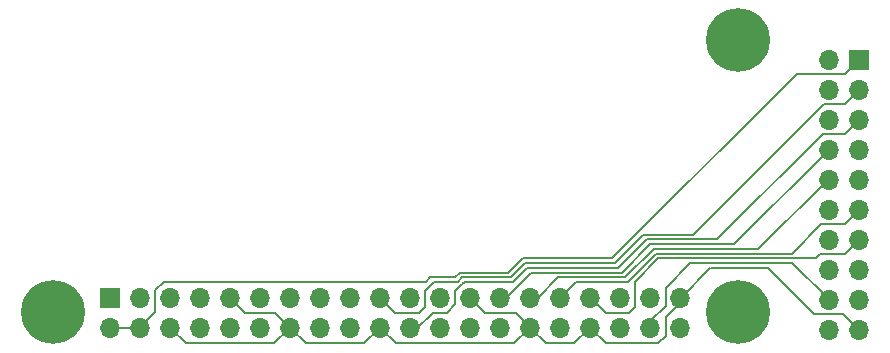
<source format=gbl>
%TF.GenerationSoftware,KiCad,Pcbnew,8.0.8*%
%TF.CreationDate,2025-02-15T01:37:48-07:00*%
%TF.ProjectId,ECE Capstone PCB Design,45434520-4361-4707-9374-6f6e65205043,rev?*%
%TF.SameCoordinates,Original*%
%TF.FileFunction,Copper,L2,Bot*%
%TF.FilePolarity,Positive*%
%FSLAX46Y46*%
G04 Gerber Fmt 4.6, Leading zero omitted, Abs format (unit mm)*
G04 Created by KiCad (PCBNEW 8.0.8) date 2025-02-15 01:37:48*
%MOMM*%
%LPD*%
G01*
G04 APERTURE LIST*
%TA.AperFunction,ComponentPad*%
%ADD10C,5.400000*%
%TD*%
%TA.AperFunction,ComponentPad*%
%ADD11R,1.700000X1.700000*%
%TD*%
%TA.AperFunction,ComponentPad*%
%ADD12O,1.700000X1.700000*%
%TD*%
%TA.AperFunction,Conductor*%
%ADD13C,0.200000*%
%TD*%
G04 APERTURE END LIST*
D10*
%TO.P,,1*%
%TO.N,N/C*%
X258174874Y-116750000D03*
%TD*%
D11*
%TO.P,REF\u002A\u002A,1*%
%TO.N,N/C*%
X204974900Y-138525000D03*
D12*
%TO.P,REF\u002A\u002A,2*%
%TO.N,D1+5V*%
X204974900Y-141065000D03*
%TO.P,REF\u002A\u002A,3*%
%TO.N,N/C*%
X207514900Y-138525000D03*
%TO.P,REF\u002A\u002A,4*%
%TO.N,D1+5V*%
X207514900Y-141065000D03*
%TO.P,REF\u002A\u002A,5*%
%TO.N,N/C*%
X210054900Y-138525000D03*
%TO.P,REF\u002A\u002A,6*%
%TO.N,D1GND*%
X210054900Y-141065000D03*
%TO.P,REF\u002A\u002A,7*%
%TO.N,N/C*%
X212594900Y-138525000D03*
%TO.P,REF\u002A\u002A,8*%
X212594900Y-141065000D03*
%TO.P,REF\u002A\u002A,9*%
%TO.N,D1GND*%
X215134900Y-138525000D03*
%TO.P,REF\u002A\u002A,10*%
%TO.N,N/C*%
X215134900Y-141065000D03*
%TO.P,REF\u002A\u002A,11*%
X217674900Y-138525000D03*
%TO.P,REF\u002A\u002A,12*%
X217674900Y-141065000D03*
%TO.P,REF\u002A\u002A,13*%
X220214900Y-138525000D03*
%TO.P,REF\u002A\u002A,14*%
%TO.N,D1GND*%
X220214900Y-141065000D03*
%TO.P,REF\u002A\u002A,15*%
%TO.N,N/C*%
X222754900Y-138525000D03*
%TO.P,REF\u002A\u002A,16*%
X222754900Y-141065000D03*
%TO.P,REF\u002A\u002A,17*%
X225294900Y-138525000D03*
%TO.P,REF\u002A\u002A,18*%
X225294900Y-141065000D03*
%TO.P,REF\u002A\u002A,19*%
%TO.N,D1_Raspberry_PI_(clock_output)*%
X227834900Y-138525000D03*
%TO.P,REF\u002A\u002A,20*%
%TO.N,D1GND*%
X227834900Y-141065000D03*
%TO.P,REF\u002A\u002A,21*%
%TO.N,D1PWRON_D*%
X230374900Y-138525000D03*
%TO.P,REF\u002A\u002A,22*%
%TO.N,D1_Raspberry_PI_(TX_interupt_active_low)*%
X230374900Y-141065000D03*
%TO.P,REF\u002A\u002A,23*%
%TO.N,D1_Raspberry_PI_(RX_interupt_active_low)*%
X232914900Y-138525000D03*
%TO.P,REF\u002A\u002A,24*%
%TO.N,D1_Raspberry_PI_(interupt_active_low)*%
X232914900Y-141065000D03*
%TO.P,REF\u002A\u002A,25*%
%TO.N,D1GND*%
X235454900Y-138525000D03*
%TO.P,REF\u002A\u002A,26*%
%TO.N,D1_Dev_pin*%
X235454900Y-141065000D03*
%TO.P,REF\u002A\u002A,27*%
%TO.N,D1_BTN0*%
X237994900Y-138525000D03*
%TO.P,REF\u002A\u002A,28*%
%TO.N,D1_BTN1*%
X237994900Y-141065000D03*
%TO.P,REF\u002A\u002A,29*%
%TO.N,D1_BTN2*%
X240534900Y-138525000D03*
%TO.P,REF\u002A\u002A,30*%
%TO.N,D1GND*%
X240534900Y-141065000D03*
%TO.P,REF\u002A\u002A,31*%
%TO.N,D1_BTN3*%
X243074900Y-138525000D03*
%TO.P,REF\u002A\u002A,32*%
%TO.N,D1_BTN4*%
X243074900Y-141065000D03*
%TO.P,REF\u002A\u002A,33*%
%TO.N,D1_PWM*%
X245614900Y-138525000D03*
%TO.P,REF\u002A\u002A,34*%
%TO.N,D1GND*%
X245614900Y-141065000D03*
%TO.P,REF\u002A\u002A,35*%
%TO.N,D1_Raspberry_PI_(SPI_Input)*%
X248154900Y-138525000D03*
%TO.P,REF\u002A\u002A,36*%
%TO.N,D1_Raspberry_PI_(chip_select)*%
X248154900Y-141065000D03*
%TO.P,REF\u002A\u002A,37*%
%TO.N,D1_PWRON*%
X250694900Y-138525000D03*
%TO.P,REF\u002A\u002A,38*%
%TO.N,D1_Raspberry_PI_(SPI_output)*%
X250694900Y-141065000D03*
%TO.P,REF\u002A\u002A,39*%
%TO.N,D1GND*%
X253234900Y-138525000D03*
%TO.P,REF\u002A\u002A,40*%
%TO.N,D1_Raspberry_PI_(SPI_clock_input)*%
X253234900Y-141065000D03*
%TD*%
D11*
%TO.P,REF\u002A\u002A,1*%
%TO.N,D1+5V*%
X268400000Y-118390000D03*
D12*
%TO.P,REF\u002A\u002A,2*%
%TO.N,D1PWRON_D*%
X265860000Y-118390000D03*
%TO.P,REF\u002A\u002A,3*%
%TO.N,D1_Raspberry_PI_(clock_output)*%
X268400000Y-120930000D03*
%TO.P,REF\u002A\u002A,4*%
%TO.N,D1_Raspberry_PI_(RX_interupt_active_low)*%
X265860000Y-120930000D03*
%TO.P,REF\u002A\u002A,5*%
%TO.N,D1_Raspberry_PI_(TX_interupt_active_low)*%
X268400000Y-123470000D03*
%TO.P,REF\u002A\u002A,6*%
%TO.N,D1_Raspberry_PI_(interupt_active_low)*%
X265860000Y-123470000D03*
%TO.P,REF\u002A\u002A,7*%
%TO.N,D1_Dev_pin*%
X268400000Y-126010000D03*
%TO.P,REF\u002A\u002A,8*%
%TO.N,D1_BTN0*%
X265860000Y-126010000D03*
%TO.P,REF\u002A\u002A,9*%
%TO.N,D1_BTN1*%
X268400000Y-128550000D03*
%TO.P,REF\u002A\u002A,10*%
%TO.N,D1_BTN2*%
X265860000Y-128550000D03*
%TO.P,REF\u002A\u002A,11*%
%TO.N,D1_BTN3*%
X268400000Y-131090000D03*
%TO.P,REF\u002A\u002A,12*%
%TO.N,D1_BTN4*%
X265860000Y-131090000D03*
%TO.P,REF\u002A\u002A,13*%
%TO.N,D1_PWM*%
X268400000Y-133630000D03*
%TO.P,REF\u002A\u002A,14*%
%TO.N,N/C*%
X265860000Y-133630000D03*
%TO.P,REF\u002A\u002A,15*%
%TO.N,D1_Raspberry_PI_(SPI_Input)*%
X268400000Y-136170000D03*
%TO.P,REF\u002A\u002A,16*%
%TO.N,D1_Raspberry_PI_(chip_select)*%
X265860000Y-136170000D03*
%TO.P,REF\u002A\u002A,17*%
%TO.N,D1_PWRON*%
X268400000Y-138710000D03*
%TO.P,REF\u002A\u002A,18*%
%TO.N,D1_Raspberry_PI_(SPI_output)*%
X265860000Y-138710000D03*
%TO.P,REF\u002A\u002A,19*%
%TO.N,D1GND*%
X268400000Y-141250000D03*
%TO.P,REF\u002A\u002A,20*%
%TO.N,D1_Raspberry_PI_(SPI_clock_input)*%
X265860000Y-141250000D03*
%TD*%
D10*
%TO.P,,1*%
%TO.N,N/C*%
X258149874Y-139750000D03*
%TD*%
%TO.P,,1*%
%TO.N,N/C*%
X200149874Y-139750000D03*
%TD*%
D13*
%TO.N,D1_Raspberry_PI_(clock_output)*%
X232400000Y-137200000D02*
X234400000Y-137200000D01*
%TO.N,D1_Raspberry_PI_(TX_interupt_active_low)*%
X230374900Y-141065000D02*
X230435000Y-141065000D01*
%TO.N,D1_PWM*%
X249400000Y-137200000D02*
X251400000Y-135200000D01*
%TO.N,D1_BTN2*%
X242900000Y-136800000D02*
X248600000Y-136800000D01*
%TO.N,D1_PWM*%
X247000000Y-139800000D02*
X248900000Y-139800000D01*
%TO.N,D1GND*%
X246949900Y-142400000D02*
X245614900Y-141065000D01*
%TO.N,D1_BTN0*%
X238475000Y-138525000D02*
X240600000Y-136400000D01*
%TO.N,D1_Raspberry_PI_(clock_output)*%
X254300000Y-133200000D02*
X265400000Y-122100000D01*
%TO.N,D1+5V*%
X268400000Y-118390000D02*
X267190000Y-119600000D01*
%TO.N,D1_Raspberry_PI_(TX_interupt_active_low)*%
X265300000Y-124700000D02*
X256400000Y-133600000D01*
X234200000Y-138000000D02*
X234800000Y-137400000D01*
%TO.N,D1+5V*%
X204974900Y-141065000D02*
X207514900Y-141065000D01*
%TO.N,D1_Raspberry_PI_(clock_output)*%
X267230000Y-122100000D02*
X268400000Y-120930000D01*
%TO.N,D1GND*%
X252000000Y-140200000D02*
X252000000Y-141800000D01*
%TO.N,D1_PWM*%
X267230000Y-134800000D02*
X268400000Y-133630000D01*
%TO.N,D1GND*%
X253234900Y-138965100D02*
X252000000Y-140200000D01*
%TO.N,D1_BTN0*%
X265810000Y-126010000D02*
X265860000Y-126010000D01*
%TO.N,D1GND*%
X215134900Y-138534900D02*
X216400000Y-139800000D01*
%TO.N,D1+5V*%
X232100000Y-136800000D02*
X231700000Y-137200000D01*
X209500000Y-137200000D02*
X208800000Y-137900000D01*
%TO.N,D1_Raspberry_PI_(clock_output)*%
X247700000Y-135600000D02*
X250100000Y-133200000D01*
%TO.N,D1GND*%
X240534900Y-141065000D02*
X240534900Y-141065100D01*
%TO.N,D1_Raspberry_PI_(SPI_output)*%
X250694900Y-141065000D02*
X250694900Y-140505100D01*
%TO.N,D1_PWM*%
X268400000Y-133630000D02*
X268400000Y-133580000D01*
%TO.N,D1_BTN2*%
X265719874Y-128550000D02*
X265860000Y-128550000D01*
%TO.N,D1_BTN3*%
X262700000Y-134800000D02*
X265200000Y-132300000D01*
X267190000Y-132300000D02*
X268400000Y-131090000D01*
%TO.N,D1+5V*%
X238700000Y-136400000D02*
X234600000Y-136400000D01*
%TO.N,D1_Raspberry_PI_(RX_interupt_active_low)*%
X232914900Y-138525000D02*
X232914900Y-138485100D01*
%TO.N,D1_Raspberry_PI_(TX_interupt_active_low)*%
X267170000Y-124700000D02*
X265300000Y-124700000D01*
%TO.N,D1_Raspberry_PI_(clock_output)*%
X240100000Y-135600000D02*
X247700000Y-135600000D01*
%TO.N,D1GND*%
X260700000Y-136000000D02*
X264600000Y-139900000D01*
%TO.N,D1_BTN2*%
X240534900Y-138525000D02*
X241175000Y-138525000D01*
%TO.N,D1GND*%
X221549900Y-142400000D02*
X226499900Y-142400000D01*
%TO.N,D1_Raspberry_PI_(SPI_output)*%
X254100000Y-135600000D02*
X262750000Y-135600000D01*
%TO.N,D1GND*%
X264600000Y-139900000D02*
X267050000Y-139900000D01*
%TO.N,D1+5V*%
X239900000Y-135200000D02*
X238700000Y-136400000D01*
%TO.N,D1_PWM*%
X251400000Y-135200000D02*
X264700000Y-135200000D01*
%TO.N,D1GND*%
X210065000Y-141065000D02*
X211400000Y-142400000D01*
X211400000Y-142400000D02*
X218879900Y-142400000D01*
%TO.N,D1_Raspberry_PI_(TX_interupt_active_low)*%
X268400000Y-123420000D02*
X268400000Y-123470000D01*
X234800000Y-137400000D02*
X235000000Y-137200000D01*
%TO.N,D1+5V*%
X208800000Y-139700000D02*
X207514900Y-140985100D01*
%TO.N,D1GND*%
X236729900Y-139800000D02*
X235454900Y-138525000D01*
%TO.N,D1_BTN3*%
X243074900Y-138525000D02*
X243075000Y-138525000D01*
%TO.N,D1+5V*%
X247500000Y-135200000D02*
X239900000Y-135200000D01*
X207514900Y-141065000D02*
X207535000Y-141065000D01*
%TO.N,D1_Raspberry_PI_(SPI_output)*%
X265810000Y-138660000D02*
X265860000Y-138660000D01*
%TO.N,D1_Raspberry_PI_(TX_interupt_active_low)*%
X232400000Y-139800000D02*
X233500000Y-139800000D01*
%TO.N,D1_BTN0*%
X240600000Y-136400000D02*
X248300000Y-136400000D01*
%TO.N,D1GND*%
X239200000Y-142400000D02*
X229169900Y-142400000D01*
%TO.N,D1+5V*%
X231700000Y-137200000D02*
X209500000Y-137200000D01*
%TO.N,D1_BTN3*%
X243075000Y-138525000D02*
X244400000Y-137200000D01*
%TO.N,D1_Raspberry_PI_(TX_interupt_active_low)*%
X234200000Y-139100000D02*
X234200000Y-138000000D01*
%TO.N,D1PWRON_D*%
X230375000Y-138525000D02*
X230374900Y-138525000D01*
%TO.N,D1_Raspberry_PI_(TX_interupt_active_low)*%
X230374900Y-141065000D02*
X230509900Y-141200000D01*
%TO.N,D1GND*%
X267050000Y-139900000D02*
X268400000Y-141250000D01*
%TO.N,D1_Raspberry_PI_(TX_interupt_active_low)*%
X240300000Y-136000000D02*
X248000000Y-136000000D01*
%TO.N,D1GND*%
X220214900Y-141065000D02*
X221549900Y-142400000D01*
%TO.N,D1_BTN3*%
X265200000Y-132300000D02*
X267190000Y-132300000D01*
%TO.N,D1_BTN2*%
X241175000Y-138525000D02*
X242900000Y-136800000D01*
%TO.N,D1+5V*%
X234600000Y-136400000D02*
X234200000Y-136800000D01*
%TO.N,D1_Raspberry_PI_(interupt_active_low)*%
X265860000Y-123420000D02*
X265780000Y-123500000D01*
%TO.N,D1GND*%
X253275000Y-138525000D02*
X255800000Y-136000000D01*
%TO.N,D1_Dev_pin*%
X235454900Y-141065000D02*
X235454900Y-141154900D01*
%TO.N,D1GND*%
X240534900Y-141065100D02*
X239200000Y-142400000D01*
%TO.N,D1_BTN3*%
X251200000Y-134800000D02*
X262700000Y-134800000D01*
%TO.N,D1_Raspberry_PI_(clock_output)*%
X265400000Y-122100000D02*
X267230000Y-122100000D01*
%TO.N,D1_Raspberry_PI_(TX_interupt_active_low)*%
X250400000Y-133600000D02*
X248000000Y-136000000D01*
%TO.N,D1+5V*%
X268400000Y-118340000D02*
X268400000Y-118390000D01*
%TO.N,D1_Raspberry_PI_(clock_output)*%
X229100000Y-139800000D02*
X231100000Y-139800000D01*
%TO.N,D1_BTN3*%
X244400000Y-137200000D02*
X248800000Y-137200000D01*
%TO.N,D1_PWM*%
X245725000Y-138525000D02*
X247000000Y-139800000D01*
%TO.N,D1_Raspberry_PI_(clock_output)*%
X231100000Y-139800000D02*
X231600000Y-139300000D01*
%TO.N,D1GND*%
X218879900Y-142400000D02*
X220214900Y-141065000D01*
%TO.N,D1_Raspberry_PI_(SPI_output)*%
X250694900Y-141065000D02*
X250735000Y-141065000D01*
X252000000Y-137700000D02*
X254100000Y-135600000D01*
%TO.N,D1_BTN2*%
X259869874Y-134400000D02*
X265719874Y-128550000D01*
%TO.N,D1GND*%
X252000000Y-141800000D02*
X251400000Y-142400000D01*
X251400000Y-142400000D02*
X246949900Y-142400000D01*
X229169900Y-142400000D02*
X227834900Y-141065000D01*
%TO.N,D1+5V*%
X263100000Y-119600000D02*
X247500000Y-135200000D01*
%TO.N,D1GND*%
X255850000Y-136050000D02*
X260750000Y-136050000D01*
%TO.N,D1_Raspberry_PI_(TX_interupt_active_low)*%
X230900000Y-141200000D02*
X232300000Y-139800000D01*
%TO.N,D1_Raspberry_PI_(clock_output)*%
X231600000Y-139300000D02*
X231600000Y-138000000D01*
%TO.N,D1_BTN2*%
X248600000Y-136800000D02*
X251000000Y-134400000D01*
%TO.N,D1_BTN0*%
X248300000Y-136400000D02*
X250700000Y-134000000D01*
%TO.N,D1_Raspberry_PI_(clock_output)*%
X227834900Y-138534900D02*
X229100000Y-139800000D01*
%TO.N,D1GND*%
X216400000Y-139800000D02*
X218949900Y-139800000D01*
%TO.N,D1_PWM*%
X265100000Y-134800000D02*
X267230000Y-134800000D01*
%TO.N,D1GND*%
X240534900Y-141065000D02*
X241869900Y-142400000D01*
%TO.N,D1_Raspberry_PI_(SPI_output)*%
X252000000Y-139200000D02*
X252000000Y-137700000D01*
%TO.N,D1_PWM*%
X245614900Y-138525000D02*
X245725000Y-138525000D01*
X264700000Y-135200000D02*
X265100000Y-134800000D01*
%TO.N,D1+5V*%
X207514900Y-140985100D02*
X207514900Y-141065000D01*
%TO.N,D1_BTN2*%
X251000000Y-134400000D02*
X259869874Y-134400000D01*
%TO.N,D1_Raspberry_PI_(SPI_output)*%
X250694900Y-140505100D02*
X252000000Y-139200000D01*
%TO.N,D1_Raspberry_PI_(TX_interupt_active_low)*%
X233500000Y-139800000D02*
X234200000Y-139100000D01*
X256400000Y-133600000D02*
X250400000Y-133600000D01*
%TO.N,D1_Raspberry_PI_(clock_output)*%
X234800000Y-136800000D02*
X238900000Y-136800000D01*
X238900000Y-136800000D02*
X240100000Y-135600000D01*
%TO.N,D1GND*%
X241869900Y-142400000D02*
X244279900Y-142400000D01*
%TO.N,D1_BTN3*%
X268400000Y-131090000D02*
X268400000Y-131040000D01*
%TO.N,D1GND*%
X253234900Y-138525000D02*
X253275000Y-138525000D01*
%TO.N,D1+5V*%
X267190000Y-119600000D02*
X263100000Y-119600000D01*
%TO.N,D1_BTN0*%
X257820000Y-134000000D02*
X265810000Y-126010000D01*
%TO.N,D1_Raspberry_PI_(TX_interupt_active_low)*%
X239100000Y-137200000D02*
X240300000Y-136000000D01*
%TO.N,D1_BTN0*%
X237994900Y-138525000D02*
X238475000Y-138525000D01*
%TO.N,D1_Raspberry_PI_(clock_output)*%
X250100000Y-133200000D02*
X254300000Y-133200000D01*
%TO.N,D1GND*%
X239300000Y-139800000D02*
X236729900Y-139800000D01*
X240534900Y-141065000D02*
X240534900Y-141034900D01*
X240534900Y-141034900D02*
X239300000Y-139800000D01*
%TO.N,D1_BTN2*%
X265860000Y-128550000D02*
X265860000Y-128500000D01*
%TO.N,D1_Raspberry_PI_(clock_output)*%
X227834900Y-138525000D02*
X228275000Y-138525000D01*
%TO.N,D1+5V*%
X234200000Y-136800000D02*
X232100000Y-136800000D01*
%TO.N,D1GND*%
X244279900Y-142400000D02*
X245614900Y-141065000D01*
%TO.N,D1_Raspberry_PI_(clock_output)*%
X227834900Y-138525000D02*
X227834900Y-138534900D01*
%TO.N,D1GND*%
X226499900Y-142400000D02*
X227834900Y-141065000D01*
X210054900Y-141065000D02*
X210065000Y-141065000D01*
%TO.N,D1_Raspberry_PI_(TX_interupt_active_low)*%
X235000000Y-137200000D02*
X239100000Y-137200000D01*
X268400000Y-123470000D02*
X267170000Y-124700000D01*
%TO.N,D1_Raspberry_PI_(clock_output)*%
X227834900Y-138525000D02*
X227834900Y-138465100D01*
%TO.N,D1GND*%
X253234900Y-138525000D02*
X253234900Y-138965100D01*
%TO.N,D1_Raspberry_PI_(TX_interupt_active_low)*%
X232300000Y-139800000D02*
X232400000Y-139800000D01*
%TO.N,D1_Raspberry_PI_(clock_output)*%
X231600000Y-138000000D02*
X232400000Y-137200000D01*
%TO.N,D1_Raspberry_PI_(TX_interupt_active_low)*%
X230509900Y-141200000D02*
X230900000Y-141200000D01*
%TO.N,D1_BTN0*%
X250700000Y-134000000D02*
X257820000Y-134000000D01*
%TO.N,D1GND*%
X215134900Y-138525000D02*
X215134900Y-138534900D01*
%TO.N,D1_Raspberry_PI_(SPI_output)*%
X262750000Y-135600000D02*
X265810000Y-138660000D01*
%TO.N,D1_BTN3*%
X248800000Y-137200000D02*
X251200000Y-134800000D01*
%TO.N,D1_PWM*%
X249400000Y-139300000D02*
X249400000Y-137200000D01*
%TO.N,D1_Raspberry_PI_(clock_output)*%
X234400000Y-137200000D02*
X234800000Y-136800000D01*
%TO.N,D1_PWM*%
X248900000Y-139800000D02*
X249400000Y-139300000D01*
%TO.N,D1GND*%
X218949900Y-139800000D02*
X220214900Y-141065000D01*
%TO.N,D1+5V*%
X208800000Y-137900000D02*
X208800000Y-139700000D01*
%TD*%
M02*

</source>
